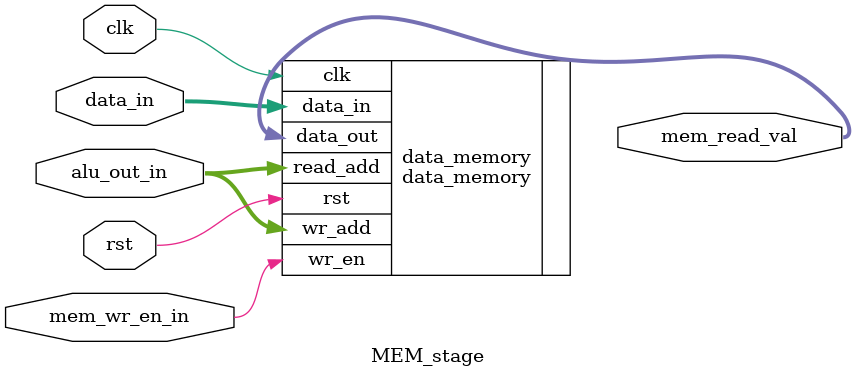
<source format=v>
module MEM_stage(clk,rst,data_in,mem_wr_en_in,alu_out_in,mem_read_val);
    input clk,mem_wr_en_in,rst;
    input [15:0] data_in,alu_out_in;
    output [15:0] mem_read_val;
 

    data_memory  data_memory(.clk(clk),.rst(rst),.read_add(alu_out_in),.wr_add(alu_out_in),
                        .wr_en(mem_wr_en_in),.data_in(data_in),.data_out(mem_read_val));         
    
    
endmodule
</source>
